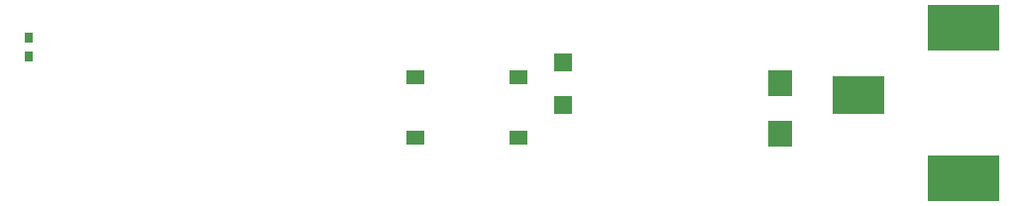
<source format=gtp>
G04*
G04 #@! TF.GenerationSoftware,Altium Limited,Altium Designer,23.4.1 (23)*
G04*
G04 Layer_Color=8421504*
%FSLAX44Y44*%
%MOMM*%
G71*
G04*
G04 #@! TF.SameCoordinates,78E2F5E2-7EE1-4383-969E-04B009F8C4C8*
G04*
G04*
G04 #@! TF.FilePolarity,Positive*
G04*
G01*
G75*
%ADD16R,4.4000X3.3000*%
%ADD17R,6.2000X3.9000*%
%ADD18R,0.7874X0.9652*%
%ADD19R,1.6000X1.6000*%
%ADD20R,1.5500X1.2000*%
%ADD21R,2.1200X2.2500*%
D16*
X802190Y268198D02*
D03*
D17*
X891690Y326198D02*
D03*
Y197198D02*
D03*
D18*
X93726Y317119D02*
D03*
Y301117D02*
D03*
D19*
X549656Y259876D02*
D03*
Y295876D02*
D03*
D20*
X511614Y231760D02*
D03*
Y283860D02*
D03*
X423614Y231760D02*
D03*
Y283860D02*
D03*
D21*
X735076Y278898D02*
D03*
Y235198D02*
D03*
M02*

</source>
